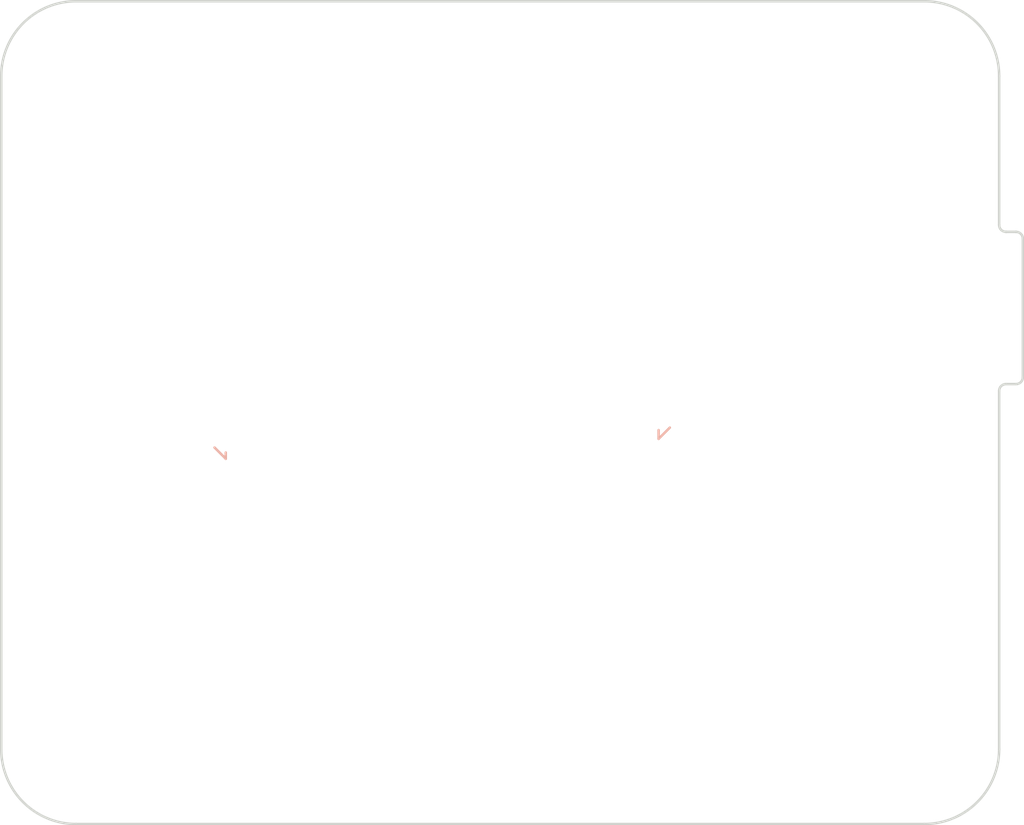
<source format=kicad_pcb>
(kicad_pcb
  (version 20221018)
  (generator pcbnew)
  (general
    (thickness 0.89)
  )

  (paper "A4")
  
  (layers
    (0 "F.Cu" signal)
    (31 "B.Cu" signal)
    (32 "B.Adhes" user "B.Adhesive")
    (33 "F.Adhes" user "F.Adhesive")
    (34 "B.Paste" user)
    (35 "F.Paste" user)
    (36 "B.SilkS" user "B.Silkscreen")
    (37 "F.SilkS" user "F.Silkscreen")
    (38 "B.Mask" user)
    (39 "F.Mask" user)
    (40 "Dwgs.User" user "User.Drawings")
    (41 "Cmts.User" user "User.Comments")
    (42 "Eco1.User" user "User.Eco1")
    (43 "Eco2.User" user "User.Eco2")
    (44 "Edge.Cuts" user)
    (45 "Margin" user)
    (46 "B.CrtYd" user "B.Courtyard")
    (47 "F.CrtYd" user "F.Courtyard")
    (48 "B.Fab" user)
    (49 "F.Fab" user)
    (50 "User.1" user)
    (51 "User.2" user)
    (52 "User.3" user)
    (53 "User.4" user)
    (54 "User.5" user)
    (55 "User.6" user)
    (56 "User.7" user)
    (57 "User.8" user)
    (58 "User.9" user)
  )

  (gr_line (start 174.8 55.1) (end 174.35 55.55)
    (stroke (width 0.1) (type default)) (layer "B.SilkS") (tstamp 0baaefa6-77a5-4afb-bf3f-9e0db0a584be))
  (gr_line (start 157 56.35) (end 157 56.1)
    (stroke (width 0.1) (type default)) (layer "B.SilkS") (tstamp 209e05e1-97c1-43a4-bbae-3c88186d7e8e))
  (gr_line (start 174.35 55.55) (end 174.35 55.2)
    (stroke (width 0.1) (type default)) (layer "B.SilkS") (tstamp 40dcca91-2392-4dac-b749-9e6fce3ee42b))
  (gr_line (start 156.55 55.9) (end 157 56.35)
    (stroke (width 0.1) (type default)) (layer "B.SilkS") (tstamp e8c228f2-4fe7-4f97-a224-f4aa9deeed51))
  (gr_line (start 185 71) (end 151 71)
    (stroke (width 0.1) (type default)) (layer "Edge.Cuts") (tstamp 0d0b18b8-29e1-400d-9fe0-0c553320d369))
  (gr_line (start 188.950546 53.08) (end 188.950546 47.524454)
    (stroke (width 0.1) (type default)) (layer "Edge.Cuts") (tstamp 19f9a363-e864-4747-9205-86bc18fec056))
  (gr_arc (start 188.675546 47.249454) (mid 188.87 47.33) (end 188.950546 47.524454)
    (stroke (width 0.1) (type default)) (layer "Edge.Cuts") (tstamp 27a9dd0c-17b3-494e-8eb1-5591d63b4214))
  (gr_arc (start 188 68) (mid 187.12132 70.12132) (end 185 71)
    (stroke (width 0.1) (type default)) (layer "Edge.Cuts") (tstamp 2b4447d8-cc2c-42c4-8c3c-94373f69b331))
  (gr_arc (start 148 41) (mid 148.87868 38.87868) (end 151 38)
    (stroke (width 0.1) (type default)) (layer "Edge.Cuts") (tstamp 2c508737-2daa-4bed-82b0-cefc47998f5f))
  (gr_line (start 188 46.973866) (end 188 41)
    (stroke (width 0.1) (type default)) (layer "Edge.Cuts") (tstamp 2fc0c9d8-bd5d-4598-b05c-649a87b15bd8))
  (gr_arc (start 188.950546 53.08) (mid 188.87 53.274454) (end 188.675546 53.355)
    (stroke (width 0.1) (type default)) (layer "Edge.Cuts") (tstamp 32fa687c-3f1e-4171-8891-b3caae4ab217))
  (gr_line (start 151 38) (end 185 38)
    (stroke (width 0.1) (type default)) (layer "Edge.Cuts") (tstamp ae1d430b-8a10-4b47-a76e-f4f7ab7d79a1))
  (gr_line (start 188 53.64) (end 188 68)
    (stroke (width 0.1) (type default)) (layer "Edge.Cuts") (tstamp bece4ada-f6bb-41b4-abb7-f17f91e74bb7))
  (gr_arc (start 151 71) (mid 148.87868 70.12132) (end 148 68)
    (stroke (width 0.1) (type default)) (layer "Edge.Cuts") (tstamp c7ad8427-669a-40f7-b224-92bcde4ab5a8))
  (gr_line (start 148 68) (end 148 41)
    (stroke (width 0.1) (type default)) (layer "Edge.Cuts") (tstamp cc9c2e93-e0ca-429c-89b1-1b471ece0c41))
  (gr_arc (start 185 38) (mid 187.12132 38.87868) (end 188 41)
    (stroke (width 0.1) (type default)) (layer "Edge.Cuts") (tstamp d543461e-372c-4d57-90d6-704eeadbb4df))
  (gr_line (start 188.675546 53.355588) (end 188.275 53.355588)
    (stroke (width 0.1) (type default)) (layer "Edge.Cuts") (tstamp da1c4d49-6186-46e5-8107-f3f3d10f3ac9))
  (gr_arc (start 188 53.630588) (mid 188.080546 53.436134) (end 188.275 53.355588)
    (stroke (width 0.1) (type default)) (layer "Edge.Cuts") (tstamp e6f929d5-29b3-4daf-96c5-8cca7ca35c0d))
  (gr_line (start 188.275 47.248866) (end 188.675546 47.248866)
    (stroke (width 0.1) (type default)) (layer "Edge.Cuts") (tstamp eb3fa897-53c6-40af-9ce5-21313d913df4))
  (gr_arc (start 188.275 47.248866) (mid 188.080546 47.16832) (end 188 46.973866)
    (stroke (width 0.1) (type default)) (layer "Edge.Cuts") (tstamp f279b724-e617-43d5-8412-ff57704a025f))

)
</source>
